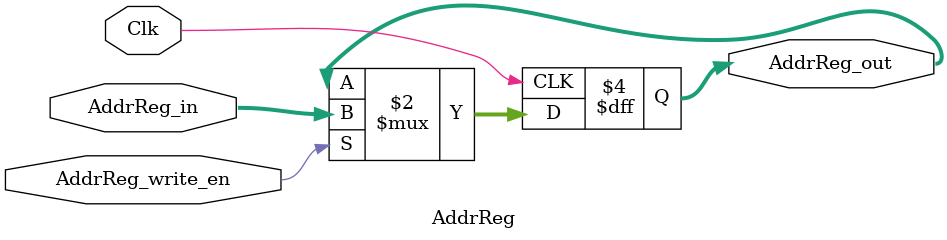
<source format=v>
module IRegister(
input [31:0] IR_in,
output reg[31:0] IR_out,
input Clk,IR_write_en
);

always@(negedge Clk)
	if(IR_write_en)
		IR_out <= IR_in;
		
endmodule

module PC(
input [31:0] PC_in,
output reg[31:0] PC_out,
input Clk,PC_write_en
);

initial PC_out = 32'b0;

always@(negedge Clk)
	if(PC_write_en)
		PC_out <= PC_in;
		
endmodule

module AddrReg(
input [31:0] AddrReg_in,
input AddrReg_write_en,Clk,
output reg [31:0] AddrReg_out
);
always @(negedge Clk)
	if(AddrReg_write_en)
		AddrReg_out <= AddrReg_in;

endmodule

</source>
